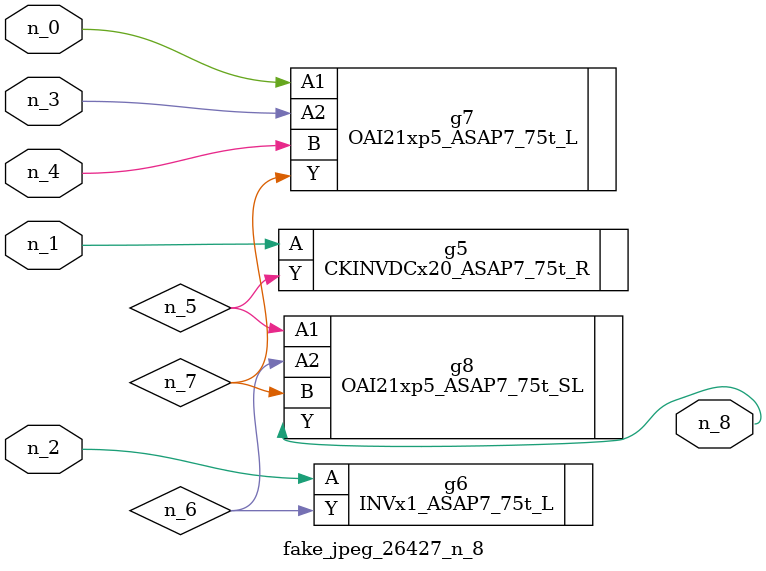
<source format=v>
module fake_jpeg_26427_n_8 (n_3, n_2, n_1, n_0, n_4, n_8);

input n_3;
input n_2;
input n_1;
input n_0;
input n_4;

output n_8;

wire n_6;
wire n_5;
wire n_7;

CKINVDCx20_ASAP7_75t_R g5 ( 
.A(n_1),
.Y(n_5)
);

INVx1_ASAP7_75t_L g6 ( 
.A(n_2),
.Y(n_6)
);

OAI21xp5_ASAP7_75t_L g7 ( 
.A1(n_0),
.A2(n_3),
.B(n_4),
.Y(n_7)
);

OAI21xp5_ASAP7_75t_SL g8 ( 
.A1(n_5),
.A2(n_6),
.B(n_7),
.Y(n_8)
);


endmodule
</source>
